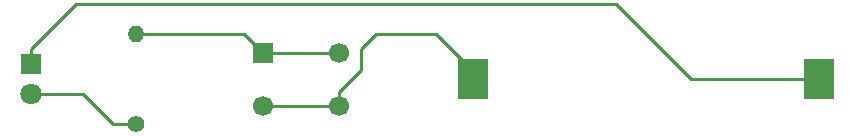
<source format=gtl>
%TF.GenerationSoftware,KiCad,Pcbnew,(6.0.7)*%
%TF.CreationDate,2022-09-23T14:32:50+02:00*%
%TF.ProjectId,LED torch,4c454420-746f-4726-9368-2e6b69636164,0.1*%
%TF.SameCoordinates,Original*%
%TF.FileFunction,Copper,L1,Top*%
%TF.FilePolarity,Positive*%
%FSLAX46Y46*%
G04 Gerber Fmt 4.6, Leading zero omitted, Abs format (unit mm)*
G04 Created by KiCad (PCBNEW (6.0.7)) date 2022-09-23 14:32:50*
%MOMM*%
%LPD*%
G01*
G04 APERTURE LIST*
%TA.AperFunction,ComponentPad*%
%ADD10C,1.400000*%
%TD*%
%TA.AperFunction,ComponentPad*%
%ADD11O,1.400000X1.400000*%
%TD*%
%TA.AperFunction,SMDPad,CuDef*%
%ADD12R,2.540000X3.510000*%
%TD*%
%TA.AperFunction,ComponentPad*%
%ADD13C,1.700000*%
%TD*%
%TA.AperFunction,ComponentPad*%
%ADD14R,1.700000X1.700000*%
%TD*%
%TA.AperFunction,ComponentPad*%
%ADD15R,1.800000X1.800000*%
%TD*%
%TA.AperFunction,ComponentPad*%
%ADD16C,1.800000*%
%TD*%
%TA.AperFunction,Conductor*%
%ADD17C,0.250000*%
%TD*%
G04 APERTURE END LIST*
D10*
%TO.P,R1,1*%
%TO.N,/LED_anode*%
X124460000Y-101600000D03*
D11*
%TO.P,R1,2*%
%TO.N,Net-(SW1-Pad1)*%
X124460000Y-93980000D03*
%TD*%
D12*
%TO.P,BT1,1,+*%
%TO.N,/bat_pos*%
X152960000Y-97790000D03*
%TO.P,BT1,2,-*%
%TO.N,/LED_cathode*%
X182320000Y-97790000D03*
%TD*%
D13*
%TO.P,SW1,1,A*%
%TO.N,Net-(SW1-Pad1)*%
X141680000Y-95540000D03*
D14*
X135180000Y-95540000D03*
D13*
%TO.P,SW1,2,B*%
%TO.N,/bat_pos*%
X135180000Y-100040000D03*
X141680000Y-100040000D03*
%TD*%
D15*
%TO.P,D1,1,K*%
%TO.N,/LED_cathode*%
X115570000Y-96520000D03*
D16*
%TO.P,D1,2,A*%
%TO.N,/LED_anode*%
X115570000Y-99060000D03*
%TD*%
D17*
%TO.N,/bat_pos*%
X141680000Y-98837919D02*
X143510000Y-97007919D01*
X143510000Y-97007919D02*
X143510000Y-95250000D01*
X143510000Y-95250000D02*
X144780000Y-93980000D01*
X141680000Y-100040000D02*
X141680000Y-98837919D01*
X135180000Y-100040000D02*
X141680000Y-100040000D01*
X144780000Y-93980000D02*
X149860000Y-93980000D01*
X149860000Y-93980000D02*
X152960000Y-97080000D01*
X152960000Y-97080000D02*
X152960000Y-97790000D01*
%TO.N,/LED_cathode*%
X115570000Y-96520000D02*
X115570000Y-95250000D01*
X165100000Y-91440000D02*
X171450000Y-97790000D01*
X171450000Y-97790000D02*
X182320000Y-97790000D01*
X115570000Y-95250000D02*
X119380000Y-91440000D01*
X119380000Y-91440000D02*
X165100000Y-91440000D01*
%TO.N,/LED_anode*%
X115570000Y-99060000D02*
X120015000Y-99060000D01*
X120015000Y-99060000D02*
X122555000Y-101600000D01*
X122555000Y-101600000D02*
X124460000Y-101600000D01*
%TO.N,Net-(SW1-Pad1)*%
X133620000Y-93980000D02*
X135180000Y-95540000D01*
X124460000Y-93980000D02*
X133620000Y-93980000D01*
X135180000Y-95540000D02*
X141680000Y-95540000D01*
%TD*%
M02*

</source>
